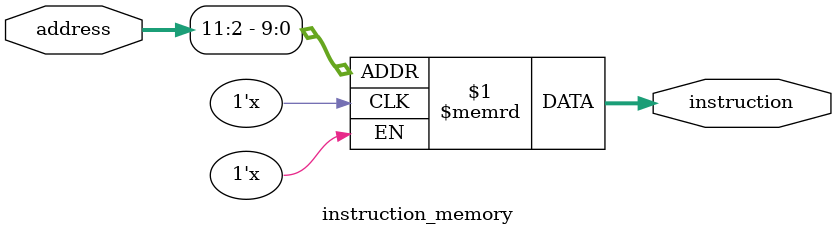
<source format=v>
module instruction_memory(
    input [63:0] address,
    output [31:0] instruction
);
    reg [31:0] memory [0:1023]; // 1024 max instructions
    
    assign instruction = memory[address[11:2]]; // 10 bits to address 1024 instructions
endmodule

</source>
